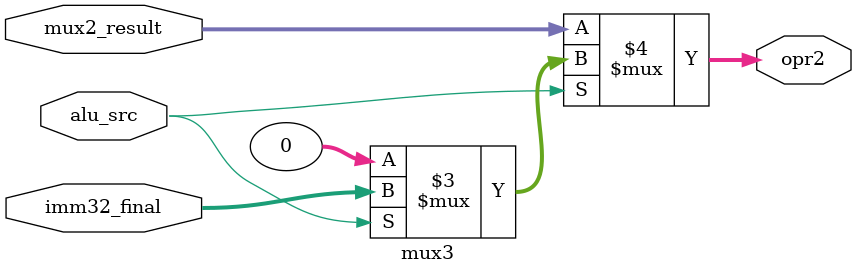
<source format=sv>
module mux3(
            input logic[31:0] imm32_final,
            input logic[31:0] mux2_result,   
            input logic alu_src,
            
            output logic[31:0] opr2
            );
            
            assign opr2 = (alu_src == 1'b0)?mux2_result:
                          (alu_src == 1'b1)?imm32_final:
                          0;
                          
endmodule
</source>
